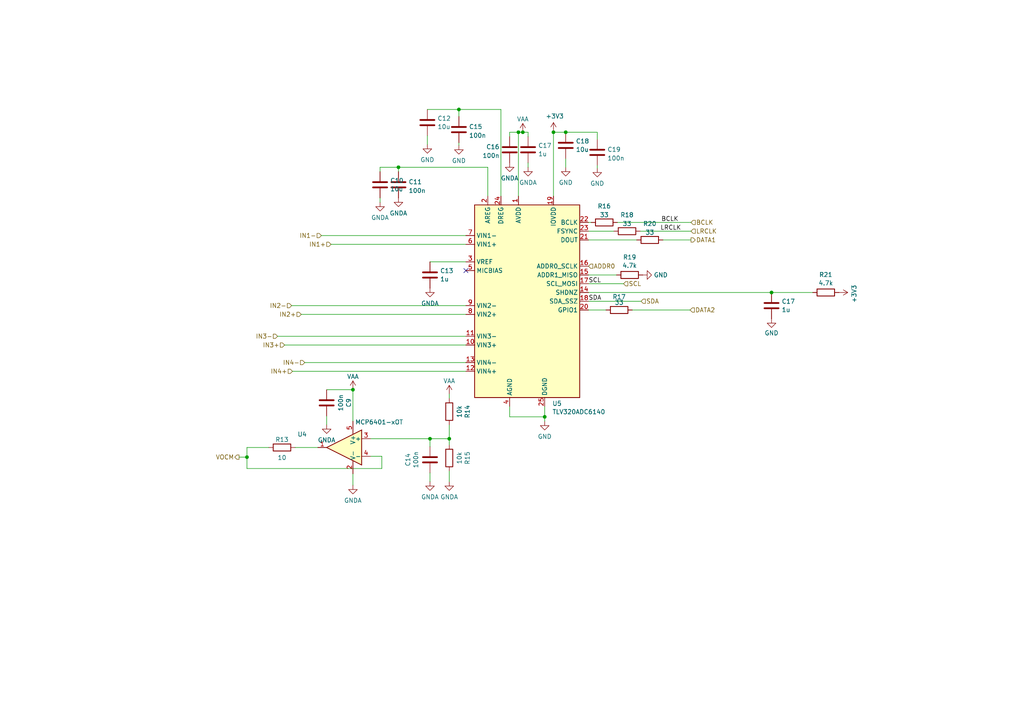
<source format=kicad_sch>
(kicad_sch (version 20230121) (generator eeschema)
  (paper "A4")
  (lib_symbols
    (symbol "Amplifier_Operational:MCP601-xOT" (pin_names (offset 0.127))
      (property "Reference" "U" (at -1.27 6.35 0))
      (property "Value" "MCP601-xOT" (at -1.27 3.81 0))
      (symbol "MCP601-xOT_0_1"
        (polyline (pts (xy -5.08 5.08) (xy 5.08 0) (xy -5.08 -5.08) (xy -5.08 5.08)) (stroke (width 0.254)) (fill (type background)))
        (pin power_in line (at -2.54 -7.62 90) (length 3.81) (name "V-") (number "2"))
        (pin power_in line (at -2.54 7.62 270) (length 3.81) (name "V+") (number "5"))
      )
      (symbol "MCP601-xOT_1_1"
        (pin output line (at 7.62 0 180) (length 2.54) (name "~") (number "1"))
        (pin input line (at -7.62 2.54 0) (length 2.54) (name "+") (number "3"))
        (pin input line (at -7.62 -2.54 0) (length 2.54) (name "-") (number "4"))
      )
    )
    (symbol "Device:C" (pin_numbers hide) (pin_names (offset 0.254))
      (property "Reference" "C" (at 0.635 2.54 0))
      (property "Value" "C" (at 0.635 -2.54 0))
      (symbol "C_0_1"
        (polyline (pts (xy -2.032 -0.762) (xy 2.032 -0.762)) (stroke (width 0.508)))
        (polyline (pts (xy -2.032 0.762) (xy 2.032 0.762)) (stroke (width 0.508)))
      )
      (symbol "C_1_1"
        (pin passive line (at 0 3.81 270) (length 2.794) (name "~") (number "1"))
        (pin passive line (at 0 -3.81 90) (length 2.794) (name "~") (number "2"))
      )
    )
    (symbol "Device:R" (pin_numbers hide) (pin_names (offset 0))
      (property "Reference" "R" (at 2.032 0 90))
      (property "Value" "R" (at 0 0 90))
      (symbol "R_0_1"
        (rectangle (start -1.016 -2.54) (end 1.016 2.54) (stroke (width 0.254)))
      )
      (symbol "R_1_1"
        (pin passive line (at 0 3.81 270) (length 1.27) (name "~") (number "1"))
        (pin passive line (at 0 -3.81 90) (length 1.27) (name "~") (number "2"))
      )
    )
    (symbol "adrf:TLV320ADC6140"
      (property "Reference" "U" (at 10.16 22.86 0))
      (property "Value" "TLV320ADC6140" (at 13.97 20.32 0))
      (symbol "TLV320ADC6140_0_1"
        (rectangle (start -15.24 19.05) (end 15.24 -36.83) (stroke (width 0.254)) (fill (type background)))
      )
      (symbol "TLV320ADC6140_1_1"
        (pin power_in line (at -2.54 21.59 270) (length 2.54) (name "AVDD") (number "1"))
        (pin input line (at -17.78 -21.59 0) (length 2.54) (name "VIN3+") (number "10"))
        (pin input line (at -17.78 -19.05 0) (length 2.54) (name "VIN3-") (number "11"))
        (pin input line (at -17.78 -29.21 0) (length 2.54) (name "VIN4+") (number "12"))
        (pin input line (at -17.78 -26.67 0) (length 2.54) (name "VIN4-") (number "13"))
        (pin input line (at 17.78 -6.35 180) (length 2.54) (name "SHDNZ") (number "14"))
        (pin input line (at 17.78 -1.27 180) (length 2.54) (name "ADDR1_MISO") (number "15"))
        (pin input line (at 17.78 1.27 180) (length 2.54) (name "ADDR0_SCLK") (number "16"))
        (pin input line (at 17.78 -3.81 180) (length 2.54) (name "SCL_MOSI") (number "17"))
        (pin input line (at 17.78 -8.89 180) (length 2.54) (name "SDA_SSZ") (number "18"))
        (pin power_in line (at 7.62 21.59 270) (length 2.54) (name "IOVDD") (number "19"))
        (pin power_out line (at -11.43 21.59 270) (length 2.54) (name "AREG") (number "2"))
        (pin bidirectional line (at 17.78 -11.43 180) (length 2.54) (name "GPIO1") (number "20"))
        (pin output line (at 17.78 8.89 180) (length 2.54) (name "DOUT") (number "21"))
        (pin bidirectional line (at 17.78 13.97 180) (length 2.54) (name "BCLK") (number "22"))
        (pin bidirectional line (at 17.78 11.43 180) (length 2.54) (name "FSYNC") (number "23"))
        (pin power_out line (at -7.62 21.59 270) (length 2.54) (name "DREG") (number "24"))
        (pin power_in line (at 5.08 -39.37 90) (length 2.54) (name "DGND") (number "25"))
        (pin output line (at -17.78 2.54 0) (length 2.54) (name "VREF") (number "3"))
        (pin output line (at -5.08 -39.37 90) (length 2.54) (name "AGND") (number "4"))
        (pin output line (at -17.78 0 0) (length 2.54) (name "MICBIAS") (number "5"))
        (pin input line (at -17.78 7.62 0) (length 2.54) (name "VIN1+") (number "6"))
        (pin input line (at -17.78 10.16 0) (length 2.54) (name "VIN1-") (number "7"))
        (pin input line (at -17.78 -12.7 0) (length 2.54) (name "VIN2+") (number "8"))
        (pin input line (at -17.78 -10.16 0) (length 2.54) (name "VIN2-") (number "9"))
      )
    )
    (symbol "device:C" (pin_numbers hide) (pin_names (offset 0.254))
      (property "Reference" "C" (at 0.635 2.54 0))
      (property "Value" "device_C" (at 0.635 -2.54 0))
      (symbol "C_0_1"
        (polyline (pts (xy -2.032 -0.762) (xy 2.032 -0.762)) (stroke (width 0.508)))
        (polyline (pts (xy -2.032 0.762) (xy 2.032 0.762)) (stroke (width 0.508)))
      )
      (symbol "C_1_1"
        (pin passive line (at 0 3.81 270) (length 2.794) (name "~") (number "1"))
        (pin passive line (at 0 -3.81 90) (length 2.794) (name "~") (number "2"))
      )
    )
    (symbol "device:R" (pin_numbers hide) (pin_names (offset 0))
      (property "Reference" "R" (at 2.032 0 90))
      (property "Value" "device_R" (at 0 0 90))
      (symbol "R_0_1"
        (rectangle (start -1.016 -2.54) (end 1.016 2.54) (stroke (width 0.254)))
      )
      (symbol "R_1_1"
        (pin passive line (at 0 3.81 270) (length 1.27) (name "~") (number "1"))
        (pin passive line (at 0 -3.81 90) (length 1.27) (name "~") (number "2"))
      )
    )
    (symbol "power:+3V3" (power) (pin_names (offset 0))
      (property "Value" "+3V3" (at 0 3.556 0))
      (symbol "+3V3_0_1"
        (polyline (pts (xy -0.762 1.27) (xy 0 2.54)))
        (polyline (pts (xy 0 0) (xy 0 2.54)))
        (polyline (pts (xy 0 2.54) (xy 0.762 1.27)))
      )
      (symbol "+3V3_1_1"
        (pin power_in line (at 0 0 90) (length 0) hide (name "+3V3") (number "1"))
      )
    )
    (symbol "power:GND" (power) (pin_names (offset 0))
      (property "Value" "GND" (at 0 -3.81 0))
      (symbol "GND_0_1"
        (polyline (pts (xy 0 0) (xy 0 -1.27) (xy 1.27 -1.27) (xy 0 -2.54) (xy -1.27 -1.27) (xy 0 -1.27)))
      )
      (symbol "GND_1_1"
        (pin power_in line (at 0 0 270) (length 0) hide (name "GND") (number "1"))
      )
    )
    (symbol "power:GNDA" (power) (pin_names (offset 0))
      (property "Value" "GNDA" (at 0 -3.81 0))
      (symbol "GNDA_0_1"
        (polyline (pts (xy 0 0) (xy 0 -1.27) (xy 1.27 -1.27) (xy 0 -2.54) (xy -1.27 -1.27) (xy 0 -1.27)))
      )
      (symbol "GNDA_1_1"
        (pin power_in line (at 0 0 270) (length 0) hide (name "GNDA") (number "1"))
      )
    )
    (symbol "power:VAA" (power) (pin_names (offset 0))
      (property "Value" "VAA" (at 0 3.81 0))
      (symbol "VAA_0_1"
        (polyline (pts (xy -0.762 1.27) (xy 0 2.54)))
        (polyline (pts (xy 0 0) (xy 0 2.54)))
        (polyline (pts (xy 0 2.54) (xy 0.762 1.27)))
      )
      (symbol "VAA_1_1"
        (pin power_in line (at 0 0 90) (length 0) hide (name "VAA") (number "1"))
      )
    )
  )
  (junction (at 71.628 132.588))
  (junction (at 160.528 38.354))
  (junction (at 164.084 38.354))
  (junction (at 157.988 120.904))
  (junction (at 151.638 38.354))
  (junction (at 102.362 113.03))
  (junction (at 124.714 127.254))
  (junction (at 133.096 31.75))
  (junction (at 223.774 84.836))
  (junction (at 130.302 127.254))
  (junction (at 115.57 48.514))
  (junction (at 150.368 38.354))
  (no_connect (at 135.128 78.486))
  (wire (pts (xy 170.688 69.596) (xy 184.658 69.596)))
  (wire (pts (xy 133.096 31.75) (xy 123.952 31.75)))
  (wire (pts (xy 160.528 38.354) (xy 160.528 56.896)))
  (wire (pts (xy 130.302 123.19) (xy 130.302 127.254)))
  (wire (pts (xy 164.084 45.974) (xy 164.084 48.514)))
  (wire (pts (xy 153.162 47.244) (xy 153.162 48.514)))
  (wire (pts (xy 124.714 75.946) (xy 135.128 75.946)))
  (wire (pts (xy 170.688 67.056) (xy 178.054 67.056)))
  (wire (pts (xy 130.302 136.652) (xy 130.302 139.7)))
  (wire (pts (xy 69.342 132.588) (xy 71.628 132.588)))
  (wire (pts (xy 145.288 31.75) (xy 145.288 56.896)))
  (wire (pts (xy 173.228 48.006) (xy 173.228 48.768)))
  (wire (pts (xy 94.742 113.03) (xy 102.362 113.03)))
  (wire (pts (xy 170.688 87.376) (xy 185.928 87.376)))
  (wire (pts (xy 151.638 38.354) (xy 150.368 38.354)))
  (wire (pts (xy 185.674 67.056) (xy 200.406 67.056)))
  (wire (pts (xy 84.582 88.646) (xy 135.128 88.646)))
  (wire (pts (xy 147.828 120.904) (xy 157.988 120.904)))
  (wire (pts (xy 82.55 100.076) (xy 135.128 100.076)))
  (wire (pts (xy 157.988 120.904) (xy 157.988 122.174)))
  (wire (pts (xy 173.228 38.354) (xy 164.084 38.354)))
  (wire (pts (xy 110.744 135.89) (xy 71.628 135.89)))
  (wire (pts (xy 94.742 120.65) (xy 94.742 123.19)))
  (wire (pts (xy 170.688 79.756) (xy 178.816 79.756)))
  (wire (pts (xy 124.714 129.54) (xy 124.714 127.254)))
  (wire (pts (xy 110.236 48.514) (xy 110.236 49.784)))
  (wire (pts (xy 170.688 64.516) (xy 171.45 64.516)))
  (wire (pts (xy 135.128 91.186) (xy 87.376 91.186)))
  (wire (pts (xy 123.952 39.37) (xy 123.952 41.91)))
  (wire (pts (xy 135.128 97.536) (xy 80.518 97.536)))
  (wire (pts (xy 124.714 127.254) (xy 130.302 127.254)))
  (wire (pts (xy 235.712 84.836) (xy 223.774 84.836)))
  (wire (pts (xy 107.442 127.254) (xy 124.714 127.254)))
  (wire (pts (xy 147.828 117.856) (xy 147.828 120.904)))
  (wire (pts (xy 160.528 38.1) (xy 160.528 38.354)))
  (wire (pts (xy 84.836 107.696) (xy 135.128 107.696)))
  (wire (pts (xy 133.096 31.75) (xy 145.288 31.75)))
  (wire (pts (xy 179.07 64.516) (xy 200.406 64.516)))
  (wire (pts (xy 124.714 137.16) (xy 124.714 139.7)))
  (wire (pts (xy 92.202 129.794) (xy 85.598 129.794)))
  (wire (pts (xy 200.152 89.916) (xy 183.388 89.916)))
  (wire (pts (xy 71.628 129.794) (xy 71.628 132.588)))
  (wire (pts (xy 77.978 129.794) (xy 71.628 129.794)))
  (wire (pts (xy 135.128 105.156) (xy 88.392 105.156)))
  (wire (pts (xy 153.162 38.354) (xy 151.638 38.354)))
  (wire (pts (xy 115.57 48.514) (xy 141.478 48.514)))
  (wire (pts (xy 102.362 113.03) (xy 102.362 122.174)))
  (wire (pts (xy 110.744 132.334) (xy 110.744 135.89)))
  (wire (pts (xy 135.128 70.866) (xy 96.012 70.866)))
  (wire (pts (xy 157.988 117.856) (xy 157.988 120.904)))
  (wire (pts (xy 130.302 114.3) (xy 130.302 115.57)))
  (wire (pts (xy 147.828 39.624) (xy 147.828 38.354)))
  (wire (pts (xy 170.688 82.296) (xy 180.848 82.296)))
  (wire (pts (xy 141.478 48.514) (xy 141.478 56.896)))
  (wire (pts (xy 107.442 132.334) (xy 110.744 132.334)))
  (wire (pts (xy 102.362 137.414) (xy 102.362 140.716)))
  (wire (pts (xy 192.278 69.596) (xy 200.406 69.596)))
  (wire (pts (xy 133.096 41.402) (xy 133.096 42.164)))
  (wire (pts (xy 223.774 84.836) (xy 170.688 84.836)))
  (wire (pts (xy 150.368 38.354) (xy 150.368 56.896)))
  (wire (pts (xy 115.57 49.784) (xy 115.57 48.514)))
  (wire (pts (xy 147.828 38.354) (xy 150.368 38.354)))
  (wire (pts (xy 110.236 48.514) (xy 115.57 48.514)))
  (wire (pts (xy 71.628 132.588) (xy 71.628 135.89)))
  (wire (pts (xy 133.096 31.75) (xy 133.096 33.782)))
  (wire (pts (xy 153.162 38.354) (xy 153.162 39.624)))
  (wire (pts (xy 170.688 89.916) (xy 175.768 89.916)))
  (wire (pts (xy 160.528 38.354) (xy 164.084 38.354)))
  (wire (pts (xy 93.218 68.326) (xy 135.128 68.326)))
  (wire (pts (xy 173.228 38.354) (xy 173.228 40.386)))
  (wire (pts (xy 130.302 127.254) (xy 130.302 129.032)))
  (wire (pts (xy 110.236 57.404) (xy 110.236 58.674)))
  (label "BCLK" (at 191.77 64.516 0))
  (label "SDA" (at 170.688 87.376 0))
  (label "SCL" (at 170.688 82.296 0))
  (label "LRCLK" (at 191.516 67.056 0))
  (hierarchical_label "SDA" (shape input) (at 185.928 87.376 0))
  (hierarchical_label "DATA2" (shape input) (at 200.152 89.916 0))
  (hierarchical_label "SCL" (shape input) (at 180.848 82.296 0))
  (hierarchical_label "IN2-" (shape input) (at 84.582 88.646 180))
  (hierarchical_label "IN3+" (shape input) (at 82.55 100.076 180))
  (hierarchical_label "IN1-" (shape input) (at 93.218 68.326 180))
  (hierarchical_label "DATA1" (shape output) (at 200.406 69.596 0))
  (hierarchical_label "IN4-" (shape input) (at 88.392 105.156 180))
  (hierarchical_label "IN1+" (shape input) (at 96.012 70.866 180))
  (hierarchical_label "IN3-" (shape input) (at 80.518 97.536 180))
  (hierarchical_label "LRCLK" (shape input) (at 200.406 67.056 0))
  (hierarchical_label "BCLK" (shape input) (at 200.406 64.516 0))
  (hierarchical_label "VOCM" (shape output) (at 69.342 132.588 180))
  (hierarchical_label "IN4+" (shape input) (at 84.836 107.696 180))
  (hierarchical_label "IN2+" (shape input) (at 87.376 91.186 180))
  (hierarchical_label "ADDR0" (shape input) (at 170.688 77.216 0))
  (symbol (lib_id "Device:C") (at 223.774 88.646 0) (unit 1)
    (property "Reference" "C17" (at 226.695 87.4339 0) (effects (justify left)))
    (property "Value" "1u" (at 226.695 89.8581 0) (effects (justify left)))
    (property "Footprint" "Capacitor_SMD:C_0603_1608Metric" (effects hide))
    (instances (project "multirecv_tlv" (path "" (reference "C17") (unit 1)) (path "" (reference "C39") (unit 1)) (path "" (reference "C54") (unit 1)) (path "" (reference "C132") (unit 1)) (path "" (reference "C131") (unit 1))))
  )
  (symbol (lib_id "Device:C") (at 123.952 35.56 0) (unit 1)
    (property "Reference" "C12" (at 126.873 34.3479 0) (effects (justify left)))
    (property "Value" "10u" (at 126.873 36.7721 0) (effects (justify left)))
    (property "Footprint" "Capacitor_SMD:C_0603_1608Metric" (effects hide))
    (instances (project "multirecv_tlv" (path "" (reference "C12") (unit 1)) (path "" (reference "C40") (unit 1)) (path "" (reference "C55") (unit 1)) (path "" (reference "C12") (unit 1)) (path "" (reference "C87") (unit 1))))
  )
  (symbol (lib_id "power:VAA") (at 151.638 38.354 0) (unit 1)
    (property "Reference" "#PWR045" (effects hide))
    (property "Value" "VAA" (at 151.638 34.544 0))
    (instances (project "multirecv_tlv" (path "" (reference "#PWR045") (unit 1)) (path "" (reference "#PWR073") (unit 1)) (path "" (reference "#PWR0101") (unit 1)) (path "" (reference "#PWR039") (unit 1)) (path "" (reference "#PWR0133") (unit 1))))
  )
  (symbol (lib_id "Device:C") (at 153.162 43.434 0) (unit 1)
    (property "Reference" "C17" (at 156.083 42.2219 0) (effects (justify left)))
    (property "Value" "1u" (at 156.083 44.6461 0) (effects (justify left)))
    (property "Footprint" "Capacitor_SMD:C_0603_1608Metric" (effects hide))
    (instances (project "multirecv_tlv" (path "" (reference "C17") (unit 1)) (path "" (reference "C39") (unit 1)) (path "" (reference "C54") (unit 1)) (path "" (reference "C17") (unit 1)) (path "" (reference "C92") (unit 1))))
  )
  (symbol (lib_id "Device:C") (at 124.714 79.756 0) (mirror y) (unit 1)
    (property "Reference" "C13" (at 127.635 78.5439 0) (effects (justify right)))
    (property "Value" "1u" (at 127.635 80.9681 0) (effects (justify right)))
    (property "Footprint" "Capacitor_SMD:C_0603_1608Metric" (effects hide))
    (instances (project "multirecv_tlv" (path "" (reference "C13") (unit 1)) (path "" (reference "C36") (unit 1)) (path "" (reference "C51") (unit 1)) (path "" (reference "C13") (unit 1)) (path "" (reference "C88") (unit 1))))
  )
  (symbol (lib_id "Device:C") (at 147.828 43.434 0) (mirror y) (unit 1)
    (property "Reference" "C16" (at 144.907 42.5993 0) (effects (justify left)))
    (property "Value" "100n" (at 144.907 45.1362 0) (effects (justify left)))
    (property "Footprint" "Capacitor_SMD:C_0402_1005Metric" (effects hide))
    (instances (project "multirecv_tlv" (path "" (reference "C16") (unit 1)) (path "" (reference "C38") (unit 1)) (path "" (reference "C53") (unit 1)) (path "" (reference "C16") (unit 1)) (path "" (reference "C91") (unit 1))))
  )
  (symbol (lib_id "power:GND") (at 186.436 79.756 90) (unit 1)
    (property "Reference" "#PWR053" (effects hide))
    (property "Value" "GND" (at 189.611 79.756 90) (effects (justify right)))
    (instances (project "multirecv_tlv" (path "" (reference "#PWR053") (unit 1)) (path "" (reference "#PWR075") (unit 1)) (path "" (reference "#PWR0103") (unit 1)) (path "" (reference "#PWR045") (unit 1)) (path "" (reference "#PWR0139") (unit 1))))
  )
  (symbol (lib_id "Device:R") (at 182.626 79.756 90) (unit 1)
    (property "Reference" "R19" (at 182.626 74.5957 90))
    (property "Value" "4.7k" (at 182.626 77.0199 90))
    (property "Footprint" "Resistor_SMD:R_0603_1608Metric" (effects hide))
    (instances (project "multirecv_tlv" (path "" (reference "R19") (unit 1)) (path "" (reference "R39") (unit 1)) (path "" (reference "R50") (unit 1)) (path "" (reference "R19") (unit 1)) (path "" (reference "R80") (unit 1))))
  )
  (symbol (lib_id "power:GNDA") (at 130.302 139.7 0) (unit 1)
    (property "Reference" "#PWR038" (effects hide))
    (property "Value" "GNDA" (at 130.302 144.1434 0))
    (instances (project "multirecv_tlv" (path "" (reference "#PWR038") (unit 1)) (path "" (reference "#PWR070") (unit 1)) (path "" (reference "#PWR098") (unit 1)) (path "" (reference "#PWR036") (unit 1)) (path "" (reference "#PWR0130") (unit 1))))
  )
  (symbol (lib_id "power:GND") (at 173.228 48.768 0) (unit 1)
    (property "Reference" "#PWR052" (effects hide))
    (property "Value" "GND" (at 173.228 53.2114 0))
    (instances (project "multirecv_tlv" (path "" (reference "#PWR052") (unit 1)) (path "" (reference "#PWR077") (unit 1)) (path "" (reference "#PWR0105") (unit 1)) (path "" (reference "#PWR044") (unit 1)) (path "" (reference "#PWR0138") (unit 1))))
  )
  (symbol (lib_id "power:GNDA") (at 115.57 57.404 0) (unit 1)
    (property "Reference" "#PWR031" (effects hide))
    (property "Value" "GNDA" (at 115.57 61.8474 0))
    (instances (project "multirecv_tlv" (path "" (reference "#PWR031") (unit 1)) (path "" (reference "#PWR071") (unit 1)) (path "" (reference "#PWR099") (unit 1)) (path "" (reference "#PWR031") (unit 1)) (path "" (reference "#PWR0125") (unit 1))))
  )
  (symbol (lib_id "device:C") (at 124.714 133.35 0) (mirror y) (unit 1)
    (property "Reference" "C14" (at 118.3132 133.35 90))
    (property "Value" "100n" (at 120.6246 133.35 90))
    (property "Footprint" "Capacitor_SMD:C_0603_1608Metric" (effects hide))
    (instances (project "multirecv_tlv" (path "" (reference "C14") (unit 1)) (path "" (reference "C37") (unit 1)) (path "" (reference "C52") (unit 1)) (path "" (reference "C14") (unit 1)) (path "" (reference "C89") (unit 1))))
  )
  (symbol (lib_id "power:VAA") (at 130.302 114.3 0) (unit 1)
    (property "Reference" "#PWR037" (effects hide))
    (property "Value" "VAA" (at 130.302 110.49 0))
    (instances (project "multirecv_tlv" (path "" (reference "#PWR037") (unit 1)) (path "" (reference "#PWR069") (unit 1)) (path "" (reference "#PWR097") (unit 1)) (path "" (reference "#PWR035") (unit 1)) (path "" (reference "#PWR0129") (unit 1))))
  )
  (symbol (lib_id "Device:R") (at 175.26 64.516 90) (unit 1)
    (property "Reference" "R16" (at 175.26 59.8002 90))
    (property "Value" "33" (at 175.26 62.3371 90))
    (property "Footprint" "Resistor_SMD:R_0603_1608Metric" (effects hide))
    (instances (project "multirecv_tlv" (path "" (reference "R16") (unit 1)) (path "" (reference "R38") (unit 1)) (path "" (reference "R49") (unit 1)) (path "" (reference "R16") (unit 1)) (path "" (reference "R77") (unit 1))))
  )
  (symbol (lib_id "power:GND") (at 157.988 122.174 0) (unit 1)
    (property "Reference" "#PWR047" (effects hide))
    (property "Value" "GND" (at 157.988 126.6174 0))
    (instances (project "multirecv_tlv" (path "" (reference "#PWR047") (unit 1)) (path "" (reference "#PWR075") (unit 1)) (path "" (reference "#PWR0103") (unit 1)) (path "" (reference "#PWR041") (unit 1)) (path "" (reference "#PWR0135") (unit 1))))
  )
  (symbol (lib_id "Device:R") (at 188.468 69.596 90) (unit 1)
    (property "Reference" "R20" (at 188.468 64.8802 90))
    (property "Value" "33" (at 188.468 67.4171 90))
    (property "Footprint" "Resistor_SMD:R_0603_1608Metric" (effects hide))
    (instances (project "multirecv_tlv" (path "" (reference "R20") (unit 1)) (path "" (reference "R41") (unit 1)) (path "" (reference "R52") (unit 1)) (path "" (reference "R20") (unit 1)) (path "" (reference "R81") (unit 1))))
  )
  (symbol (lib_id "power:GNDA") (at 124.714 139.7 0) (unit 1)
    (property "Reference" "#PWR036" (effects hide))
    (property "Value" "GNDA" (at 124.714 144.1434 0))
    (instances (project "multirecv_tlv" (path "" (reference "#PWR036") (unit 1)) (path "" (reference "#PWR068") (unit 1)) (path "" (reference "#PWR096") (unit 1)) (path "" (reference "#PWR034") (unit 1)) (path "" (reference "#PWR0128") (unit 1))))
  )
  (symbol (lib_id "power:GND") (at 123.952 41.91 0) (unit 1)
    (property "Reference" "#PWR034" (effects hide))
    (property "Value" "GND" (at 123.952 46.3534 0))
    (instances (project "multirecv_tlv" (path "" (reference "#PWR034") (unit 1)) (path "" (reference "#PWR076") (unit 1)) (path "" (reference "#PWR0104") (unit 1)) (path "" (reference "#PWR032") (unit 1)) (path "" (reference "#PWR0126") (unit 1))))
  )
  (symbol (lib_id "power:GNDA") (at 110.236 58.674 0) (mirror y) (unit 1)
    (property "Reference" "#PWR030" (effects hide))
    (property "Value" "GNDA" (at 110.236 63.1174 0))
    (instances (project "multirecv_tlv" (path "" (reference "#PWR030") (unit 1)) (path "" (reference "#PWR072") (unit 1)) (path "" (reference "#PWR0100") (unit 1)) (path "" (reference "#PWR030") (unit 1)) (path "" (reference "#PWR0124") (unit 1))))
  )
  (symbol (lib_id "power:GND") (at 133.096 42.164 0) (unit 1)
    (property "Reference" "#PWR039" (effects hide))
    (property "Value" "GND" (at 133.096 46.6074 0))
    (instances (project "multirecv_tlv" (path "" (reference "#PWR039") (unit 1)) (path "" (reference "#PWR077") (unit 1)) (path "" (reference "#PWR0105") (unit 1)) (path "" (reference "#PWR037") (unit 1)) (path "" (reference "#PWR0131") (unit 1))))
  )
  (symbol (lib_id "power:+3V3") (at 160.528 38.1 0) (unit 1)
    (property "Reference" "#PWR050" (effects hide))
    (property "Value" "+3V3" (at 160.909 33.7058 0))
    (instances (project "multirecv_tlv" (path "" (reference "#PWR050") (unit 1)) (path "" (reference "#PWR074") (unit 1)) (path "" (reference "#PWR0102") (unit 1)) (path "" (reference "#PWR042") (unit 1)) (path "" (reference "#PWR0136") (unit 1))))
  )
  (symbol (lib_id "power:GNDA") (at 94.742 123.19 0) (mirror y) (unit 1)
    (property "Reference" "#PWR027" (effects hide))
    (property "Value" "GNDA" (at 94.742 127.6334 0))
    (instances (project "multirecv_tlv" (path "" (reference "#PWR027") (unit 1)) (path "" (reference "#PWR063") (unit 1)) (path "" (reference "#PWR091") (unit 1)) (path "" (reference "#PWR027") (unit 1)) (path "" (reference "#PWR0121") (unit 1))))
  )
  (symbol (lib_id "Device:R") (at 181.864 67.056 90) (unit 1)
    (property "Reference" "R18" (at 181.864 62.3402 90))
    (property "Value" "33" (at 181.864 64.8771 90))
    (property "Footprint" "Resistor_SMD:R_0603_1608Metric" (effects hide))
    (instances (project "multirecv_tlv" (path "" (reference "R18") (unit 1)) (path "" (reference "R40") (unit 1)) (path "" (reference "R51") (unit 1)) (path "" (reference "R18") (unit 1)) (path "" (reference "R79") (unit 1))))
  )
  (symbol (lib_id "Amplifier_Operational:MCP601-xOT") (at 99.822 129.794 0) (mirror y) (unit 1)
    (property "Reference" "U4" (at 87.6413 125.9673 0))
    (property "Value" "MCP6401-xOT" (at 109.982 122.428 0))
    (property "Footprint" "Package_TO_SOT_SMD:SOT-23-5" (effects hide))
    (property "Datasheet" "http://ww1.microchip.com/downloads/en/DeviceDoc/21314g.pdf" (effects hide))
    (instances (project "multirecv_tlv" (path "" (reference "U4") (unit 1)) (path "" (reference "U7") (unit 1)) (path "" (reference "U10") (unit 1)) (path "" (reference "U4") (unit 1)) (path "" (reference "U14") (unit 1))))
  )
  (symbol (lib_id "Device:C") (at 115.57 53.594 0) (unit 1)
    (property "Reference" "C11" (at 118.491 52.7593 0) (effects (justify left)))
    (property "Value" "100n" (at 118.491 55.2962 0) (effects (justify left)))
    (property "Footprint" "Capacitor_SMD:C_0402_1005Metric" (effects hide))
    (instances (project "multirecv_tlv" (path "" (reference "C11") (unit 1)) (path "" (reference "C38") (unit 1)) (path "" (reference "C53") (unit 1)) (path "" (reference "C11") (unit 1)) (path "" (reference "C86") (unit 1))))
  )
  (symbol (lib_id "device:R") (at 130.302 119.38 0) (mirror y) (unit 1)
    (property "Reference" "R14" (at 135.5598 119.38 90))
    (property "Value" "10k" (at 133.2484 119.38 90))
    (property "Footprint" "Resistor_SMD:R_0603_1608Metric" (effects hide))
    (instances (project "multirecv_tlv" (path "" (reference "R14") (unit 1)) (path "" (reference "R36") (unit 1)) (path "" (reference "R47") (unit 1)) (path "" (reference "R14") (unit 1)) (path "" (reference "R75") (unit 1))))
  )
  (symbol (lib_id "power:GNDA") (at 124.714 83.566 0) (mirror y) (unit 1)
    (property "Reference" "#PWR035" (effects hide))
    (property "Value" "GNDA" (at 124.714 88.0094 0))
    (instances (project "multirecv_tlv" (path "" (reference "#PWR035") (unit 1)) (path "" (reference "#PWR067") (unit 1)) (path "" (reference "#PWR095") (unit 1)) (path "" (reference "#PWR033") (unit 1)) (path "" (reference "#PWR0127") (unit 1))))
  )
  (symbol (lib_id "power:+3V3") (at 243.332 84.836 270) (unit 1)
    (property "Reference" "#PWR054" (effects hide))
    (property "Value" "+3V3" (at 247.7262 85.217 0))
    (instances (project "multirecv_tlv" (path "" (reference "#PWR054") (unit 1)) (path "" (reference "#PWR074") (unit 1)) (path "" (reference "#PWR0102") (unit 1)) (path "" (reference "#PWR046") (unit 1)) (path "" (reference "#PWR0140") (unit 1))))
  )
  (symbol (lib_id "power:VAA") (at 102.362 113.03 0) (mirror y) (unit 1)
    (property "Reference" "#PWR028" (effects hide))
    (property "Value" "VAA" (at 102.362 109.22 0))
    (instances (project "multirecv_tlv" (path "" (reference "#PWR028") (unit 1)) (path "" (reference "#PWR064") (unit 1)) (path "" (reference "#PWR092") (unit 1)) (path "" (reference "#PWR028") (unit 1)) (path "" (reference "#PWR0122") (unit 1))))
  )
  (symbol (lib_id "Device:C") (at 173.228 44.196 0) (unit 1)
    (property "Reference" "C19" (at 176.149 43.3613 0) (effects (justify left)))
    (property "Value" "100n" (at 176.149 45.8982 0) (effects (justify left)))
    (property "Footprint" "Capacitor_SMD:C_0402_1005Metric" (effects hide))
    (instances (project "multirecv_tlv" (path "" (reference "C19") (unit 1)) (path "" (reference "C41") (unit 1)) (path "" (reference "C56") (unit 1)) (path "" (reference "C19") (unit 1)) (path "" (reference "C94") (unit 1))))
  )
  (symbol (lib_id "Device:R") (at 179.578 89.916 90) (unit 1)
    (property "Reference" "R17" (at 179.578 86.106 90))
    (property "Value" "33" (at 179.578 87.7371 90))
    (property "Footprint" "Resistor_SMD:R_0603_1608Metric" (effects hide))
    (instances (project "multirecv_tlv" (path "" (reference "R17") (unit 1)) (path "" (reference "R39") (unit 1)) (path "" (reference "R50") (unit 1)) (path "" (reference "R17") (unit 1)) (path "" (reference "R78") (unit 1))))
  )
  (symbol (lib_id "Device:C") (at 164.084 42.164 0) (unit 1)
    (property "Reference" "C18" (at 167.005 40.9519 0) (effects (justify left)))
    (property "Value" "10u" (at 167.005 43.3761 0) (effects (justify left)))
    (property "Footprint" "Capacitor_SMD:C_0603_1608Metric" (effects hide))
    (instances (project "multirecv_tlv" (path "" (reference "C18") (unit 1)) (path "" (reference "C40") (unit 1)) (path "" (reference "C55") (unit 1)) (path "" (reference "C18") (unit 1)) (path "" (reference "C93") (unit 1))))
  )
  (symbol (lib_id "Device:C") (at 133.096 37.592 0) (unit 1)
    (property "Reference" "C15" (at 136.017 36.7573 0) (effects (justify left)))
    (property "Value" "100n" (at 136.017 39.2942 0) (effects (justify left)))
    (property "Footprint" "Capacitor_SMD:C_0402_1005Metric" (effects hide))
    (instances (project "multirecv_tlv" (path "" (reference "C15") (unit 1)) (path "" (reference "C41") (unit 1)) (path "" (reference "C56") (unit 1)) (path "" (reference "C15") (unit 1)) (path "" (reference "C90") (unit 1))))
  )
  (symbol (lib_id "Device:C") (at 110.236 53.594 0) (mirror y) (unit 1)
    (property "Reference" "C10" (at 113.157 52.3819 0) (effects (justify right)))
    (property "Value" "10u" (at 113.157 54.8061 0) (effects (justify right)))
    (property "Footprint" "Capacitor_SMD:C_0603_1608Metric" (effects hide))
    (instances (project "multirecv_tlv" (path "" (reference "C10") (unit 1)) (path "" (reference "C39") (unit 1)) (path "" (reference "C54") (unit 1)) (path "" (reference "C10") (unit 1)) (path "" (reference "C85") (unit 1))))
  )
  (symbol (lib_id "adrf:TLV320ADC6140") (at 152.908 78.486 0) (unit 1)
    (property "Reference" "U5" (at 160.1821 117.0361 0) (effects (justify left)))
    (property "Value" "TLV320ADC6140" (at 160.1821 119.4603 0) (effects (justify left)))
    (property "Footprint" "Package_DFN_QFN:QFN-24-1EP_4x4mm_P0.5mm_EP2.65x2.65mm_ThermalVias" (effects hide))
    (instances (project "multirecv_tlv" (path "" (reference "U5") (unit 1)) (path "" (reference "U5") (unit 1)) (path "" (reference "U15") (unit 1))))
  )
  (symbol (lib_id "device:C") (at 94.742 116.84 0) (unit 1)
    (property "Reference" "C9" (at 101.1428 116.84 90))
    (property "Value" "100n" (at 98.8314 116.84 90))
    (property "Footprint" "Capacitor_SMD:C_0402_1005Metric" (effects hide))
    (instances (project "multirecv_tlv" (path "" (reference "C9") (unit 1)) (path "" (reference "C34") (unit 1)) (path "" (reference "C49") (unit 1)) (path "" (reference "C9") (unit 1)) (path "" (reference "C84") (unit 1))))
  )
  (symbol (lib_id "power:GND") (at 223.774 92.456 0) (unit 1)
    (property "Reference" "#PWR053" (effects hide))
    (property "Value" "GND" (at 223.774 96.5891 0))
    (instances (project "multirecv_tlv" (path "" (reference "#PWR053") (unit 1)) (path "" (reference "#PWR075") (unit 1)) (path "" (reference "#PWR0103") (unit 1)) (path "" (reference "#PWR0166") (unit 1)) (path "" (reference "#PWR057") (unit 1))))
  )
  (symbol (lib_id "Device:R") (at 239.522 84.836 90) (unit 1)
    (property "Reference" "R21" (at 239.522 79.6757 90))
    (property "Value" "4.7k" (at 239.522 82.0999 90))
    (property "Footprint" "Resistor_SMD:R_0603_1608Metric" (effects hide))
    (instances (project "multirecv_tlv" (path "" (reference "R21") (unit 1)) (path "" (reference "R39") (unit 1)) (path "" (reference "R50") (unit 1)) (path "" (reference "R21") (unit 1)) (path "" (reference "R82") (unit 1))))
  )
  (symbol (lib_id "power:GNDA") (at 153.162 48.514 0) (unit 1)
    (property "Reference" "#PWR046" (effects hide))
    (property "Value" "GNDA" (at 153.162 52.9574 0))
    (instances (project "multirecv_tlv" (path "" (reference "#PWR046") (unit 1)) (path "" (reference "#PWR072") (unit 1)) (path "" (reference "#PWR0100") (unit 1)) (path "" (reference "#PWR040") (unit 1)) (path "" (reference "#PWR0134") (unit 1))))
  )
  (symbol (lib_id "power:GND") (at 164.084 48.514 0) (unit 1)
    (property "Reference" "#PWR051" (effects hide))
    (property "Value" "GND" (at 164.084 52.9574 0))
    (instances (project "multirecv_tlv" (path "" (reference "#PWR051") (unit 1)) (path "" (reference "#PWR076") (unit 1)) (path "" (reference "#PWR0104") (unit 1)) (path "" (reference "#PWR043") (unit 1)) (path "" (reference "#PWR0137") (unit 1))))
  )
  (symbol (lib_id "device:R") (at 130.302 132.842 0) (mirror y) (unit 1)
    (property "Reference" "R15" (at 135.5598 132.842 90))
    (property "Value" "10k" (at 133.2484 132.842 90))
    (property "Footprint" "Resistor_SMD:R_0603_1608Metric" (effects hide))
    (instances (project "multirecv_tlv" (path "" (reference "R15") (unit 1)) (path "" (reference "R37") (unit 1)) (path "" (reference "R48") (unit 1)) (path "" (reference "R15") (unit 1)) (path "" (reference "R76") (unit 1))))
  )
  (symbol (lib_id "power:GNDA") (at 147.828 47.244 0) (mirror y) (unit 1)
    (property "Reference" "#PWR042" (effects hide))
    (property "Value" "GNDA" (at 147.828 51.6874 0))
    (instances (project "multirecv_tlv" (path "" (reference "#PWR042") (unit 1)) (path "" (reference "#PWR071") (unit 1)) (path "" (reference "#PWR099") (unit 1)) (path "" (reference "#PWR038") (unit 1)) (path "" (reference "#PWR0132") (unit 1))))
  )
  (symbol (lib_id "power:GNDA") (at 102.362 140.716 0) (mirror y) (unit 1)
    (property "Reference" "#PWR029" (effects hide))
    (property "Value" "GNDA" (at 102.362 145.1594 0))
    (instances (project "multirecv_tlv" (path "" (reference "#PWR029") (unit 1)) (path "" (reference "#PWR065") (unit 1)) (path "" (reference "#PWR093") (unit 1)) (path "" (reference "#PWR029") (unit 1)) (path "" (reference "#PWR0123") (unit 1))))
  )
  (symbol (lib_id "device:R") (at 81.788 129.794 90) (unit 1)
    (property "Reference" "R13" (at 81.788 127.508 90))
    (property "Value" "10" (at 81.788 132.7404 90))
    (property "Footprint" "Resistor_SMD:R_0603_1608Metric" (effects hide))
    (instances (project "multirecv_tlv" (path "" (reference "R13") (unit 1)) (path "" (reference "R35") (unit 1)) (path "" (reference "R46") (unit 1)) (path "" (reference "R13") (unit 1)) (path "" (reference "R74") (unit 1))))
  )
)
</source>
